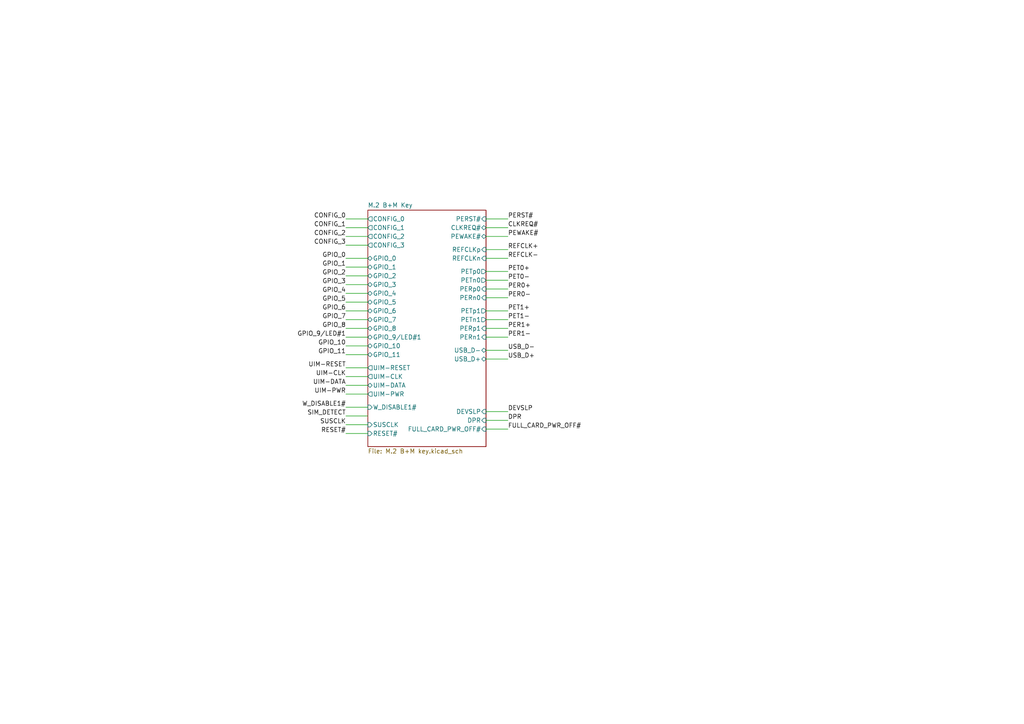
<source format=kicad_sch>
(kicad_sch
	(version 20250114)
	(generator "eeschema")
	(generator_version "9.0")
	(uuid "eeff3bcf-e91e-4d19-86e6-b188e47dcd7a")
	(paper "A4")
	(lib_symbols)
	(wire
		(pts
			(xy 140.97 90.17) (xy 147.32 90.17)
		)
		(stroke
			(width 0)
			(type default)
		)
		(uuid "00f793c1-4af8-4a67-8120-7e75b85a0161")
	)
	(wire
		(pts
			(xy 100.33 92.71) (xy 106.68 92.71)
		)
		(stroke
			(width 0)
			(type default)
		)
		(uuid "04217052-5673-42ce-b59b-2a176eb261ff")
	)
	(wire
		(pts
			(xy 140.97 101.6) (xy 147.32 101.6)
		)
		(stroke
			(width 0)
			(type default)
		)
		(uuid "09ed2b7c-5d68-4fe1-9bd8-0dc88b298aab")
	)
	(wire
		(pts
			(xy 100.33 87.63) (xy 106.68 87.63)
		)
		(stroke
			(width 0)
			(type default)
		)
		(uuid "0ecd0a18-3287-48ed-913d-9795913e85b3")
	)
	(wire
		(pts
			(xy 140.97 83.82) (xy 147.32 83.82)
		)
		(stroke
			(width 0)
			(type default)
		)
		(uuid "1675e96e-87a0-411b-8581-34da19b4962c")
	)
	(wire
		(pts
			(xy 100.33 82.55) (xy 106.68 82.55)
		)
		(stroke
			(width 0)
			(type default)
		)
		(uuid "171c5245-3eec-4d4d-9f25-f3a20bf85945")
	)
	(wire
		(pts
			(xy 140.97 66.04) (xy 147.32 66.04)
		)
		(stroke
			(width 0)
			(type default)
		)
		(uuid "24ab49db-e661-4dae-b293-335cfbe0dcfc")
	)
	(wire
		(pts
			(xy 100.33 63.5) (xy 106.68 63.5)
		)
		(stroke
			(width 0)
			(type default)
		)
		(uuid "27f55606-69f1-449e-bf17-0e63c8d33af4")
	)
	(wire
		(pts
			(xy 140.97 119.38) (xy 147.32 119.38)
		)
		(stroke
			(width 0)
			(type default)
		)
		(uuid "2932bbf6-813f-4f17-a133-99e9828e225a")
	)
	(wire
		(pts
			(xy 100.33 125.73) (xy 106.68 125.73)
		)
		(stroke
			(width 0)
			(type default)
		)
		(uuid "2b9e7bbb-361e-42b2-901c-634bad7d89a3")
	)
	(wire
		(pts
			(xy 100.33 97.79) (xy 106.68 97.79)
		)
		(stroke
			(width 0)
			(type default)
		)
		(uuid "2f4147a9-fcac-4b56-a694-69c8a9ba4ccc")
	)
	(wire
		(pts
			(xy 100.33 102.87) (xy 106.68 102.87)
		)
		(stroke
			(width 0)
			(type default)
		)
		(uuid "342d26e0-468d-4881-bed4-b88cbd2682a3")
	)
	(wire
		(pts
			(xy 100.33 118.11) (xy 106.68 118.11)
		)
		(stroke
			(width 0)
			(type default)
		)
		(uuid "34471197-b632-43c7-81c2-27753d3c156d")
	)
	(wire
		(pts
			(xy 100.33 80.01) (xy 106.68 80.01)
		)
		(stroke
			(width 0)
			(type default)
		)
		(uuid "3d2aa7e0-d408-4afe-b6a9-7a0ba06d70aa")
	)
	(wire
		(pts
			(xy 140.97 124.46) (xy 147.32 124.46)
		)
		(stroke
			(width 0)
			(type default)
		)
		(uuid "442285fb-808d-4de1-bce8-02c475635cee")
	)
	(wire
		(pts
			(xy 140.97 72.39) (xy 147.32 72.39)
		)
		(stroke
			(width 0)
			(type default)
		)
		(uuid "615f0dfb-e489-4c80-aa5f-4924d336a63b")
	)
	(wire
		(pts
			(xy 100.33 85.09) (xy 106.68 85.09)
		)
		(stroke
			(width 0)
			(type default)
		)
		(uuid "7b633639-a316-40ce-981c-0bb954d900e0")
	)
	(wire
		(pts
			(xy 140.97 81.28) (xy 147.32 81.28)
		)
		(stroke
			(width 0)
			(type default)
		)
		(uuid "84278884-7769-4abe-b79f-ee75b37fff51")
	)
	(wire
		(pts
			(xy 140.97 95.25) (xy 147.32 95.25)
		)
		(stroke
			(width 0)
			(type default)
		)
		(uuid "8b747b36-141c-4543-8c1e-c976aefabc93")
	)
	(wire
		(pts
			(xy 100.33 74.93) (xy 106.68 74.93)
		)
		(stroke
			(width 0)
			(type default)
		)
		(uuid "8dbeb4a2-0784-4f5b-94a1-32af8d046a9e")
	)
	(wire
		(pts
			(xy 100.33 100.33) (xy 106.68 100.33)
		)
		(stroke
			(width 0)
			(type default)
		)
		(uuid "8f3973b4-aaa8-4cf2-9519-d48b9f7f3bbe")
	)
	(wire
		(pts
			(xy 100.33 109.22) (xy 106.68 109.22)
		)
		(stroke
			(width 0)
			(type default)
		)
		(uuid "901cf322-c3ec-49fa-a821-af784d5f5470")
	)
	(wire
		(pts
			(xy 100.33 114.3) (xy 106.68 114.3)
		)
		(stroke
			(width 0)
			(type default)
		)
		(uuid "93097e71-9553-438d-882d-407a4cb905a3")
	)
	(wire
		(pts
			(xy 140.97 68.58) (xy 147.32 68.58)
		)
		(stroke
			(width 0)
			(type default)
		)
		(uuid "a69583e1-8c4a-40c9-960f-12fae58cc2d5")
	)
	(wire
		(pts
			(xy 140.97 78.74) (xy 147.32 78.74)
		)
		(stroke
			(width 0)
			(type default)
		)
		(uuid "a956d65a-2db5-4289-873c-b402898836d8")
	)
	(wire
		(pts
			(xy 100.33 106.68) (xy 106.68 106.68)
		)
		(stroke
			(width 0)
			(type default)
		)
		(uuid "aca1030e-1388-4b77-b1aa-814c80307c46")
	)
	(wire
		(pts
			(xy 140.97 97.79) (xy 147.32 97.79)
		)
		(stroke
			(width 0)
			(type default)
		)
		(uuid "b676667f-5853-47c8-b979-034edc425f24")
	)
	(wire
		(pts
			(xy 140.97 121.92) (xy 147.32 121.92)
		)
		(stroke
			(width 0)
			(type default)
		)
		(uuid "b7c73d37-62be-4cc6-a7f8-277e1bcaaf06")
	)
	(wire
		(pts
			(xy 100.33 111.76) (xy 106.68 111.76)
		)
		(stroke
			(width 0)
			(type default)
		)
		(uuid "cbe56c1a-9635-4307-9499-77a3b848b540")
	)
	(wire
		(pts
			(xy 100.33 66.04) (xy 106.68 66.04)
		)
		(stroke
			(width 0)
			(type default)
		)
		(uuid "d4a4a32b-bf3a-4535-9353-47e6776ee11a")
	)
	(wire
		(pts
			(xy 100.33 71.12) (xy 106.68 71.12)
		)
		(stroke
			(width 0)
			(type default)
		)
		(uuid "d7a2f28f-f318-4e2d-8b74-19bb92f1ff0e")
	)
	(wire
		(pts
			(xy 140.97 74.93) (xy 147.32 74.93)
		)
		(stroke
			(width 0)
			(type default)
		)
		(uuid "d859cb89-fba3-44d4-b203-010725ab2f18")
	)
	(wire
		(pts
			(xy 100.33 123.19) (xy 106.68 123.19)
		)
		(stroke
			(width 0)
			(type default)
		)
		(uuid "d9b5ea17-8102-448b-b280-c305836a162f")
	)
	(wire
		(pts
			(xy 100.33 77.47) (xy 106.68 77.47)
		)
		(stroke
			(width 0)
			(type default)
		)
		(uuid "dbea731e-6d8f-44e0-abc4-dc8d4d0d48e1")
	)
	(wire
		(pts
			(xy 140.97 86.36) (xy 147.32 86.36)
		)
		(stroke
			(width 0)
			(type default)
		)
		(uuid "dfe9fe06-d5c9-448a-aafe-9f7e6fe25e3b")
	)
	(wire
		(pts
			(xy 100.33 95.25) (xy 106.68 95.25)
		)
		(stroke
			(width 0)
			(type default)
		)
		(uuid "e1a2a1fb-7536-4ed9-bb17-bc4bf411e3dd")
	)
	(wire
		(pts
			(xy 100.33 68.58) (xy 106.68 68.58)
		)
		(stroke
			(width 0)
			(type default)
		)
		(uuid "eb752324-21c8-4422-b696-c2184fbc1c82")
	)
	(wire
		(pts
			(xy 100.33 120.65) (xy 106.68 120.65)
		)
		(stroke
			(width 0)
			(type default)
		)
		(uuid "eb8ff614-438b-4dc4-8741-d9b1a3dec0ac")
	)
	(wire
		(pts
			(xy 140.97 92.71) (xy 147.32 92.71)
		)
		(stroke
			(width 0)
			(type default)
		)
		(uuid "f00cc002-09c3-49c7-b383-249d9912241f")
	)
	(wire
		(pts
			(xy 140.97 104.14) (xy 147.32 104.14)
		)
		(stroke
			(width 0)
			(type default)
		)
		(uuid "f25f4be8-bc35-4237-8fc6-983093510135")
	)
	(wire
		(pts
			(xy 140.97 63.5) (xy 147.32 63.5)
		)
		(stroke
			(width 0)
			(type default)
		)
		(uuid "f90af5c1-4353-4df2-9fbe-dbbaaf53ce8a")
	)
	(wire
		(pts
			(xy 100.33 90.17) (xy 106.68 90.17)
		)
		(stroke
			(width 0)
			(type default)
		)
		(uuid "fc59f829-0430-43be-89fa-a383785b39e5")
	)
	(label "CLKREQ#"
		(at 147.32 66.04 0)
		(effects
			(font
				(size 1.27 1.27)
			)
			(justify left bottom)
		)
		(uuid "0ef05341-ccab-4552-bab7-35b570b54a70")
	)
	(label "SUSCLK"
		(at 100.33 123.19 180)
		(effects
			(font
				(size 1.27 1.27)
			)
			(justify right bottom)
		)
		(uuid "192247d3-f36e-463c-8874-d1b95896015f")
	)
	(label "GPIO_4"
		(at 100.33 85.09 180)
		(effects
			(font
				(size 1.27 1.27)
			)
			(justify right bottom)
		)
		(uuid "1f69c910-57c3-47ef-a301-20caa64d0e8b")
	)
	(label "CONFIG_3"
		(at 100.33 71.12 180)
		(effects
			(font
				(size 1.27 1.27)
			)
			(justify right bottom)
		)
		(uuid "22fa52eb-e397-4447-83f4-64b9ccb2e1b2")
	)
	(label "CONFIG_0"
		(at 100.33 63.5 180)
		(effects
			(font
				(size 1.27 1.27)
			)
			(justify right bottom)
		)
		(uuid "2651add9-d6b9-4d00-8d2f-189524475e7c")
	)
	(label "UIM-PWR"
		(at 100.33 114.3 180)
		(effects
			(font
				(size 1.27 1.27)
			)
			(justify right bottom)
		)
		(uuid "285cfa60-739e-42d6-bd21-5c1b45e88bc0")
	)
	(label "GPIO_0"
		(at 100.33 74.93 180)
		(effects
			(font
				(size 1.27 1.27)
			)
			(justify right bottom)
		)
		(uuid "286d485d-7f8c-404a-abc8-10cb637ba7bf")
	)
	(label "PER0+"
		(at 147.32 83.82 0)
		(effects
			(font
				(size 1.27 1.27)
			)
			(justify left bottom)
		)
		(uuid "41d8590e-64d3-4060-aa7f-5fd89c1ae53e")
	)
	(label "REFCLK-"
		(at 147.32 74.93 0)
		(effects
			(font
				(size 1.27 1.27)
			)
			(justify left bottom)
		)
		(uuid "437054f9-c15b-44e2-b35f-f59731cff07c")
	)
	(label "GPIO_10"
		(at 100.33 100.33 180)
		(effects
			(font
				(size 1.27 1.27)
			)
			(justify right bottom)
		)
		(uuid "49c80aa0-d99e-4547-9dd2-8ce14a16fe37")
	)
	(label "GPIO_5"
		(at 100.33 87.63 180)
		(effects
			(font
				(size 1.27 1.27)
			)
			(justify right bottom)
		)
		(uuid "4bb0f97d-af4b-46d5-8e61-2edb3af4f260")
	)
	(label "GPIO_6"
		(at 100.33 90.17 180)
		(effects
			(font
				(size 1.27 1.27)
			)
			(justify right bottom)
		)
		(uuid "4d5f3dfa-9c07-4e88-b2b5-3b490fef4cc3")
	)
	(label "GPIO_3"
		(at 100.33 82.55 180)
		(effects
			(font
				(size 1.27 1.27)
			)
			(justify right bottom)
		)
		(uuid "4de18a6c-3147-4f78-8678-c6efc29ce9ca")
	)
	(label "PET1+"
		(at 147.32 90.17 0)
		(effects
			(font
				(size 1.27 1.27)
			)
			(justify left bottom)
		)
		(uuid "57c555e0-583b-4638-abaf-23b8b362caf9")
	)
	(label "PER0-"
		(at 147.32 86.36 0)
		(effects
			(font
				(size 1.27 1.27)
			)
			(justify left bottom)
		)
		(uuid "581c59e5-9491-4b6c-a09c-b31d73e24356")
	)
	(label "GPIO_8"
		(at 100.33 95.25 180)
		(effects
			(font
				(size 1.27 1.27)
			)
			(justify right bottom)
		)
		(uuid "5a9503d1-b2f6-4ea8-909e-64b72850115d")
	)
	(label "UIM-DATA"
		(at 100.33 111.76 180)
		(effects
			(font
				(size 1.27 1.27)
			)
			(justify right bottom)
		)
		(uuid "618d4776-b9c9-4d70-b58f-a330d7053871")
	)
	(label "SIM_DETECT"
		(at 100.33 120.65 180)
		(effects
			(font
				(size 1.27 1.27)
			)
			(justify right bottom)
		)
		(uuid "7981bb6d-1b2e-4aa1-8db4-9c0b7ac8d2d8")
	)
	(label "GPIO_7"
		(at 100.33 92.71 180)
		(effects
			(font
				(size 1.27 1.27)
			)
			(justify right bottom)
		)
		(uuid "7ea73e78-1575-462d-a800-4dd08a3e07c6")
	)
	(label "GPIO_11"
		(at 100.33 102.87 180)
		(effects
			(font
				(size 1.27 1.27)
			)
			(justify right bottom)
		)
		(uuid "8ed102e8-fbab-4423-8e1a-27e02997f758")
	)
	(label "USB_D+"
		(at 147.32 104.14 0)
		(effects
			(font
				(size 1.27 1.27)
			)
			(justify left bottom)
		)
		(uuid "9ab77ecb-f102-4ccc-8162-e15fac6ebf01")
	)
	(label "PET1-"
		(at 147.32 92.71 0)
		(effects
			(font
				(size 1.27 1.27)
			)
			(justify left bottom)
		)
		(uuid "9c4532f0-70cd-4a9d-8749-05778093d4bd")
	)
	(label "PEWAKE#"
		(at 147.32 68.58 0)
		(effects
			(font
				(size 1.27 1.27)
			)
			(justify left bottom)
		)
		(uuid "9ee36f7b-9b5b-4f1a-98a8-7f4e2eac6d1f")
	)
	(label "PET0-"
		(at 147.32 81.28 0)
		(effects
			(font
				(size 1.27 1.27)
			)
			(justify left bottom)
		)
		(uuid "a87a1458-faa1-455e-8c0b-4bc713f0812e")
	)
	(label "REFCLK+"
		(at 147.32 72.39 0)
		(effects
			(font
				(size 1.27 1.27)
			)
			(justify left bottom)
		)
		(uuid "af022ae2-fa2b-4888-984c-5ef8bd01c38a")
	)
	(label "GPIO_9{slash}LED#1"
		(at 100.33 97.79 180)
		(effects
			(font
				(size 1.27 1.27)
			)
			(justify right bottom)
		)
		(uuid "b0456198-a903-40a5-9124-86223cb66778")
	)
	(label "UIM-RESET"
		(at 100.33 106.68 180)
		(effects
			(font
				(size 1.27 1.27)
			)
			(justify right bottom)
		)
		(uuid "b04cde47-f0e2-45bb-bc50-db744cb4190a")
	)
	(label "W_DISABLE1#"
		(at 100.33 118.11 180)
		(effects
			(font
				(size 1.27 1.27)
			)
			(justify right bottom)
		)
		(uuid "b198ee55-d721-4186-80b6-e20b96af9f28")
	)
	(label "PET0+"
		(at 147.32 78.74 0)
		(effects
			(font
				(size 1.27 1.27)
			)
			(justify left bottom)
		)
		(uuid "b945b474-06ca-4f1a-a3a9-6312e5a875c1")
	)
	(label "CONFIG_2"
		(at 100.33 68.58 180)
		(effects
			(font
				(size 1.27 1.27)
			)
			(justify right bottom)
		)
		(uuid "bb61346c-b076-4579-a546-ae5155a555fc")
	)
	(label "DEVSLP"
		(at 147.32 119.38 0)
		(effects
			(font
				(size 1.27 1.27)
			)
			(justify left bottom)
		)
		(uuid "c077d7cf-0c8a-4223-a3c4-2d7f678a54b8")
	)
	(label "RESET#"
		(at 100.33 125.73 180)
		(effects
			(font
				(size 1.27 1.27)
			)
			(justify right bottom)
		)
		(uuid "c1d4511b-73eb-493d-b5bb-ace0a0b0c576")
	)
	(label "PER1-"
		(at 147.32 97.79 0)
		(effects
			(font
				(size 1.27 1.27)
			)
			(justify left bottom)
		)
		(uuid "c83430a6-e470-4e68-97ae-4757879e2aed")
	)
	(label "FULL_CARD_PWR_OFF#"
		(at 147.32 124.46 0)
		(effects
			(font
				(size 1.27 1.27)
			)
			(justify left bottom)
		)
		(uuid "c94e4202-63b7-475d-82ed-a9e39876117d")
	)
	(label "PERST#"
		(at 147.32 63.5 0)
		(effects
			(font
				(size 1.27 1.27)
			)
			(justify left bottom)
		)
		(uuid "cae66f4b-e1f3-4fa1-9804-883d059429fe")
	)
	(label "USB_D-"
		(at 147.32 101.6 0)
		(effects
			(font
				(size 1.27 1.27)
			)
			(justify left bottom)
		)
		(uuid "cb4bf773-ac7c-48ec-826b-9a96e5b0d971")
	)
	(label "DPR"
		(at 147.32 121.92 0)
		(effects
			(font
				(size 1.27 1.27)
			)
			(justify left bottom)
		)
		(uuid "cff6348b-bd90-483a-85bf-ff70b276ece8")
	)
	(label "PER1+"
		(at 147.32 95.25 0)
		(effects
			(font
				(size 1.27 1.27)
			)
			(justify left bottom)
		)
		(uuid "d38459be-8e16-49ec-bc57-beafc854f5ca")
	)
	(label "GPIO_2"
		(at 100.33 80.01 180)
		(effects
			(font
				(size 1.27 1.27)
			)
			(justify right bottom)
		)
		(uuid "d411b904-e9a2-4a1f-88c1-f574e5993830")
	)
	(label "GPIO_1"
		(at 100.33 77.47 180)
		(effects
			(font
				(size 1.27 1.27)
			)
			(justify right bottom)
		)
		(uuid "e7bd8258-6ade-450b-a7bf-6081dd355cbc")
	)
	(label "CONFIG_1"
		(at 100.33 66.04 180)
		(effects
			(font
				(size 1.27 1.27)
			)
			(justify right bottom)
		)
		(uuid "fc019e12-58fc-45f3-bb43-5a768869c4d1")
	)
	(label "UIM-CLK"
		(at 100.33 109.22 180)
		(effects
			(font
				(size 1.27 1.27)
			)
			(justify right bottom)
		)
		(uuid "fc5dea84-f890-4d7f-a3b8-7790633a6ef6")
	)
	(sheet
		(at 106.68 60.96)
		(size 34.29 68.58)
		(exclude_from_sim no)
		(in_bom yes)
		(on_board yes)
		(dnp no)
		(fields_autoplaced yes)
		(stroke
			(width 0.1524)
			(type solid)
		)
		(fill
			(color 0 0 0 0.0000)
		)
		(uuid "a4265a8c-dd19-4998-b67a-81893b868cd5")
		(property "Sheetname" "M.2 B+M Key"
			(at 106.68 60.2484 0)
			(effects
				(font
					(size 1.27 1.27)
				)
				(justify left bottom)
			)
		)
		(property "Sheetfile" "M.2 B+M key.kicad_sch"
			(at 106.68 130.1246 0)
			(effects
				(font
					(size 1.27 1.27)
				)
				(justify left top)
			)
		)
		(pin "GPIO_9/LED#1" bidirectional
			(at 106.68 97.79 180)
			(uuid "499ff984-340d-4b20-9d18-a222fabcce1b")
			(effects
				(font
					(size 1.27 1.27)
				)
				(justify left)
			)
		)
		(pin "GPIO_0" bidirectional
			(at 106.68 74.93 180)
			(uuid "3f507347-cdec-4542-8f3d-14e16fc0a98e")
			(effects
				(font
					(size 1.27 1.27)
				)
				(justify left)
			)
		)
		(pin "UIM-RESET" output
			(at 106.68 106.68 180)
			(uuid "f5cea21c-8a44-4b93-838c-7e5a0c5bc9a8")
			(effects
				(font
					(size 1.27 1.27)
				)
				(justify left)
			)
		)
		(pin "UIM-DATA" bidirectional
			(at 106.68 111.76 180)
			(uuid "38a3bb58-77b7-4d46-873b-4fd1bac2144f")
			(effects
				(font
					(size 1.27 1.27)
				)
				(justify left)
			)
		)
		(pin "GPIO_3" bidirectional
			(at 106.68 82.55 180)
			(uuid "3d556ebe-341d-4584-b2ce-048f7fed6fe7")
			(effects
				(font
					(size 1.27 1.27)
				)
				(justify left)
			)
		)
		(pin "GPIO_5" bidirectional
			(at 106.68 87.63 180)
			(uuid "a0eb7301-1770-459d-a5c2-2d56987daf22")
			(effects
				(font
					(size 1.27 1.27)
				)
				(justify left)
			)
		)
		(pin "CONFIG_1" output
			(at 106.68 66.04 180)
			(uuid "0e5a4bf9-2bfa-42b6-bec5-a3cbb7dae200")
			(effects
				(font
					(size 1.27 1.27)
				)
				(justify left)
			)
		)
		(pin "CONFIG_2" output
			(at 106.68 68.58 180)
			(uuid "a1dfcb42-411b-44cd-a6a8-98c894f9ef8c")
			(effects
				(font
					(size 1.27 1.27)
				)
				(justify left)
			)
		)
		(pin "PERn1" input
			(at 140.97 97.79 0)
			(uuid "9bf6cc82-6374-42ec-9455-60bcd5ae96d9")
			(effects
				(font
					(size 1.27 1.27)
				)
				(justify right)
			)
		)
		(pin "PETn1" output
			(at 140.97 92.71 0)
			(uuid "312e722e-7c48-4977-a7ce-4120ddc639e9")
			(effects
				(font
					(size 1.27 1.27)
				)
				(justify right)
			)
		)
		(pin "DPR" input
			(at 140.97 121.92 0)
			(uuid "63388f7d-a91d-4571-b7be-a41f87c2ebdc")
			(effects
				(font
					(size 1.27 1.27)
				)
				(justify right)
			)
		)
		(pin "GPIO_10" bidirectional
			(at 106.68 100.33 180)
			(uuid "4189b33d-b8a1-41a3-8ebe-856ca77b47a3")
			(effects
				(font
					(size 1.27 1.27)
				)
				(justify left)
			)
		)
		(pin "UIM-PWR" output
			(at 106.68 114.3 180)
			(uuid "6b702ddc-c163-41c7-b375-a8d964aad2cf")
			(effects
				(font
					(size 1.27 1.27)
				)
				(justify left)
			)
		)
		(pin "GPIO_7" bidirectional
			(at 106.68 92.71 180)
			(uuid "95760454-6402-4faa-a995-c08c604e4068")
			(effects
				(font
					(size 1.27 1.27)
				)
				(justify left)
			)
		)
		(pin "REFCLKp" input
			(at 140.97 72.39 0)
			(uuid "956e71b2-b0b1-408c-9400-dd95b93e9010")
			(effects
				(font
					(size 1.27 1.27)
				)
				(justify right)
			)
		)
		(pin "DEVSLP" input
			(at 140.97 119.38 0)
			(uuid "c5e6879b-90f8-45f8-b2a4-cf0f5bed3599")
			(effects
				(font
					(size 1.27 1.27)
				)
				(justify right)
			)
		)
		(pin "PERn0" input
			(at 140.97 86.36 0)
			(uuid "ab2be071-ded3-4a25-aeaf-a4c80315ba6e")
			(effects
				(font
					(size 1.27 1.27)
				)
				(justify right)
			)
		)
		(pin "GPIO_1" bidirectional
			(at 106.68 77.47 180)
			(uuid "768d3d8e-84cc-4ab1-b01d-a0ab97b42a73")
			(effects
				(font
					(size 1.27 1.27)
				)
				(justify left)
			)
		)
		(pin "GPIO_4" bidirectional
			(at 106.68 85.09 180)
			(uuid "d9d62a50-2975-473c-b26a-ae422ab8327e")
			(effects
				(font
					(size 1.27 1.27)
				)
				(justify left)
			)
		)
		(pin "PETp0" output
			(at 140.97 78.74 0)
			(uuid "90b664e5-1cc4-47f0-b209-e3bfc055c14a")
			(effects
				(font
					(size 1.27 1.27)
				)
				(justify right)
			)
		)
		(pin "CONFIG_0" output
			(at 106.68 63.5 180)
			(uuid "3c27e257-47c0-49b5-a7a2-e5344bed4a6d")
			(effects
				(font
					(size 1.27 1.27)
				)
				(justify left)
			)
		)
		(pin "PERp0" input
			(at 140.97 83.82 0)
			(uuid "df5e3572-7645-4f69-957d-80cd8ca86dcd")
			(effects
				(font
					(size 1.27 1.27)
				)
				(justify right)
			)
		)
		(pin "PETn0" output
			(at 140.97 81.28 0)
			(uuid "07c8f95f-4189-4820-8834-da5a99d64307")
			(effects
				(font
					(size 1.27 1.27)
				)
				(justify right)
			)
		)
		(pin "REFCLKn" input
			(at 140.97 74.93 0)
			(uuid "beff7204-e324-40cb-9ac1-75e3a4c67821")
			(effects
				(font
					(size 1.27 1.27)
				)
				(justify right)
			)
		)
		(pin "SUSCLK" input
			(at 106.68 123.19 180)
			(uuid "9b502be9-1c9a-4db9-9617-dd49693e0429")
			(effects
				(font
					(size 1.27 1.27)
				)
				(justify left)
			)
		)
		(pin "PETp1" output
			(at 140.97 90.17 0)
			(uuid "3f28093f-80a8-4631-a7f8-fecb5babfad6")
			(effects
				(font
					(size 1.27 1.27)
				)
				(justify right)
			)
		)
		(pin "USB_D+" bidirectional
			(at 140.97 104.14 0)
			(uuid "9b61d22e-da2b-47a6-a069-48061e1e21ce")
			(effects
				(font
					(size 1.27 1.27)
				)
				(justify right)
			)
		)
		(pin "FULL_CARD_PWR_OFF#" input
			(at 140.97 124.46 0)
			(uuid "3e156ee8-e463-4a83-8c74-5be5f1c30ae5")
			(effects
				(font
					(size 1.27 1.27)
				)
				(justify right)
			)
		)
		(pin "GPIO_8" bidirectional
			(at 106.68 95.25 180)
			(uuid "1df652fb-8906-4477-b3cd-924498f21fd7")
			(effects
				(font
					(size 1.27 1.27)
				)
				(justify left)
			)
		)
		(pin "W_DISABLE1#" input
			(at 106.68 118.11 180)
			(uuid "0ed349c5-d6e7-4fb8-a4f7-eefa64cdda2c")
			(effects
				(font
					(size 1.27 1.27)
				)
				(justify left)
			)
		)
		(pin "USB_D-" bidirectional
			(at 140.97 101.6 0)
			(uuid "a6be70bf-9939-4c0e-84ef-24260b4428f0")
			(effects
				(font
					(size 1.27 1.27)
				)
				(justify right)
			)
		)
		(pin "PERp1" input
			(at 140.97 95.25 0)
			(uuid "1524b692-959a-4ed4-a0ae-26fe2e8e5999")
			(effects
				(font
					(size 1.27 1.27)
				)
				(justify right)
			)
		)
		(pin "GPIO_2" bidirectional
			(at 106.68 80.01 180)
			(uuid "534ba2eb-e2a5-43fc-a393-458525bab110")
			(effects
				(font
					(size 1.27 1.27)
				)
				(justify left)
			)
		)
		(pin "RESET#" input
			(at 106.68 125.73 180)
			(uuid "5fa8e2d4-9c0e-40ae-832b-f68067a12677")
			(effects
				(font
					(size 1.27 1.27)
				)
				(justify left)
			)
		)
		(pin "PERST#" input
			(at 140.97 63.5 0)
			(uuid "fb2544d5-313c-47aa-94fb-caf766a18fbc")
			(effects
				(font
					(size 1.27 1.27)
				)
				(justify right)
			)
		)
		(pin "CONFIG_3" output
			(at 106.68 71.12 180)
			(uuid "1e39f680-9477-4729-8317-6de34c10731b")
			(effects
				(font
					(size 1.27 1.27)
				)
				(justify left)
			)
		)
		(pin "GPIO_11" bidirectional
			(at 106.68 102.87 180)
			(uuid "0bec9b2f-4086-46ab-920b-411b99b4e46c")
			(effects
				(font
					(size 1.27 1.27)
				)
				(justify left)
			)
		)
		(pin "UIM-CLK" output
			(at 106.68 109.22 180)
			(uuid "9702d6b2-074b-4d05-836a-af901cbc8ac0")
			(effects
				(font
					(size 1.27 1.27)
				)
				(justify left)
			)
		)
		(pin "PEWAKE#" bidirectional
			(at 140.97 68.58 0)
			(uuid "5326b25a-3faf-47de-bb67-1f922b3f40fd")
			(effects
				(font
					(size 1.27 1.27)
				)
				(justify right)
			)
		)
		(pin "CLKREQ#" bidirectional
			(at 140.97 66.04 0)
			(uuid "2537ca26-9a3a-46f5-a942-677106621000")
			(effects
				(font
					(size 1.27 1.27)
				)
				(justify right)
			)
		)
		(pin "GPIO_6" bidirectional
			(at 106.68 90.17 180)
			(uuid "b9f8002d-77d8-449f-9dc5-fbafeb176cce")
			(effects
				(font
					(size 1.27 1.27)
				)
				(justify left)
			)
		)
		(instances
			(project "M.2 B+M Key 3080"
				(path "/eeff3bcf-e91e-4d19-86e6-b188e47dcd7a"
					(page "2")
				)
			)
		)
	)
	(sheet_instances
		(path "/"
			(page "1")
		)
	)
	(embedded_fonts no)
)

</source>
